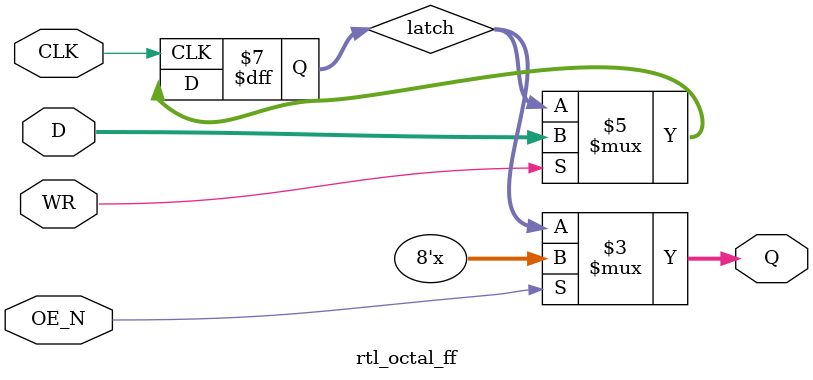
<source format=v>
module rtl_octal_ff
(
	input wire CLK,
	input wire[7:0]  D,
	output wire[7:0] Q,
    input wire OE_N,     // Output Enable (negated)
    input wire WR       // Output Enable (negated)
);

	reg[7:0] latch;
	
    always @(posedge CLK) 
    begin
        if (WR)
            latch <= D;
    end


    assign Q = !OE_N ? latch : {8{1'bz}};

    initial latch = 8'h00;

endmodule
</source>
